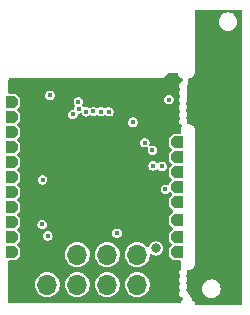
<source format=gbr>
%TF.GenerationSoftware,KiCad,Pcbnew,(5.99.0-10506-gb986797469)*%
%TF.CreationDate,2022-01-12T07:01:15+01:00*%
%TF.ProjectId,ESP31_V3,45535033-315f-4563-932e-6b696361645f,rev?*%
%TF.SameCoordinates,Original*%
%TF.FileFunction,Copper,L2,Inr*%
%TF.FilePolarity,Positive*%
%FSLAX46Y46*%
G04 Gerber Fmt 4.6, Leading zero omitted, Abs format (unit mm)*
G04 Created by KiCad (PCBNEW (5.99.0-10506-gb986797469)) date 2022-01-12 07:01:15*
%MOMM*%
%LPD*%
G01*
G04 APERTURE LIST*
G04 Aperture macros list*
%AMOutline5P*
0 Free polygon, 5 corners , with rotation*
0 The origin of the aperture is its center*
0 number of corners: always 8*
0 $1 to $10 corner X, Y*
0 $11 Rotation angle, in degrees counterclockwise*
0 create outline with 8 corners*
4,1,5,$1,$2,$3,$4,$5,$6,$7,$8,$9,$10,$1,$2,$11*%
%AMOutline6P*
0 Free polygon, 6 corners , with rotation*
0 The origin of the aperture is its center*
0 number of corners: always 6*
0 $1 to $12 corner X, Y*
0 $13 Rotation angle, in degrees counterclockwise*
0 create outline with 6 corners*
4,1,6,$1,$2,$3,$4,$5,$6,$7,$8,$9,$10,$11,$12,$1,$2,$13*%
%AMOutline7P*
0 Free polygon, 7 corners , with rotation*
0 The origin of the aperture is its center*
0 number of corners: always 7*
0 $1 to $14 corner X, Y*
0 $15 Rotation angle, in degrees counterclockwise*
0 create outline with 7 corners*
4,1,7,$1,$2,$3,$4,$5,$6,$7,$8,$9,$10,$11,$12,$13,$14,$1,$2,$15*%
%AMOutline8P*
0 Free polygon, 8 corners , with rotation*
0 The origin of the aperture is its center*
0 number of corners: always 8*
0 $1 to $16 corner X, Y*
0 $17 Rotation angle, in degrees counterclockwise*
0 create outline with 8 corners*
4,1,8,$1,$2,$3,$4,$5,$6,$7,$8,$9,$10,$11,$12,$13,$14,$15,$16,$1,$2,$17*%
G04 Aperture macros list end*
%TA.AperFunction,ComponentPad*%
%ADD10Outline6P,0.250000X-0.500000X-0.500000X-0.500000X-0.500000X0.500000X0.250000X0.500000X0.500000X0.250000X0.500000X-0.250000X180.000000*%
%TD*%
%TA.AperFunction,ComponentPad*%
%ADD11Outline6P,0.250000X-0.500000X-0.500000X-0.500000X-0.500000X0.500000X0.250000X0.500000X0.500000X0.250000X0.500000X-0.250000X0.000000*%
%TD*%
%TA.AperFunction,ComponentPad*%
%ADD12R,0.900000X0.500000*%
%TD*%
%TA.AperFunction,ComponentPad*%
%ADD13R,1.700000X1.700000*%
%TD*%
%TA.AperFunction,ComponentPad*%
%ADD14O,1.700000X1.700000*%
%TD*%
%TA.AperFunction,ViaPad*%
%ADD15C,0.400000*%
%TD*%
%TA.AperFunction,ViaPad*%
%ADD16C,0.800000*%
%TD*%
G04 APERTURE END LIST*
D10*
%TO.N,/IO5*%
%TO.C,J5*%
X118500000Y-107780000D03*
%TD*%
%TO.N,/IO21*%
%TO.C,J10*%
X118500000Y-101180000D03*
%TD*%
%TO.N,/IO10*%
%TO.C,J7*%
X118500000Y-109230000D03*
%TD*%
D11*
%TO.N,/IO34*%
%TO.C,J18*%
X104500000Y-102870000D03*
%TD*%
D10*
%TO.N,/IO19*%
%TO.C,J9*%
X118500000Y-103720000D03*
%TD*%
%TO.N,/IO9*%
%TO.C,J6*%
X118500000Y-110500000D03*
%TD*%
%TO.N,/IO23*%
%TO.C,J12*%
X118500000Y-104990000D03*
%TD*%
D11*
%TO.N,/IO35*%
%TO.C,J19*%
X104500000Y-100330000D03*
%TD*%
%TO.N,/IO25*%
%TO.C,J13*%
X104500000Y-107950000D03*
%TD*%
%TO.N,/IO27*%
%TO.C,J15*%
X104500000Y-110490000D03*
%TD*%
%TO.N,/IO33*%
%TO.C,J17*%
X104500000Y-106680000D03*
%TD*%
%TO.N,/IO26*%
%TO.C,J14*%
X104500000Y-109220000D03*
%TD*%
D10*
%TO.N,/IO18*%
%TO.C,J8*%
X118500000Y-106260000D03*
%TD*%
D12*
%TO.N,GND*%
%TO.C,AE1*%
X118150000Y-95625000D03*
%TD*%
D11*
%TO.N,/CAPN*%
%TO.C,J3*%
X104500000Y-105410000D03*
%TD*%
%TO.N,/SENS_VN*%
%TO.C,J4*%
X104500000Y-104140000D03*
%TD*%
D10*
%TO.N,/IO22*%
%TO.C,J11*%
X118500000Y-102450000D03*
%TD*%
D11*
%TO.N,/SENS_VP*%
%TO.C,J1*%
X104500000Y-97790000D03*
%TD*%
%TO.N,/IO32*%
%TO.C,J16*%
X104500000Y-101600000D03*
%TD*%
%TO.N,/CAPP*%
%TO.C,J2*%
X104500000Y-99060000D03*
%TD*%
D13*
%TO.N,GND*%
%TO.C,J20*%
X107500000Y-110725000D03*
D14*
%TO.N,/IO1*%
X107500000Y-113265000D03*
%TO.N,/IO2*%
X110040000Y-110725000D03*
%TO.N,/IO4*%
X110040000Y-113265000D03*
%TO.N,/IO0*%
X112580000Y-110725000D03*
%TO.N,/EN*%
X112580000Y-113265000D03*
%TO.N,/IO3*%
X115120000Y-110725000D03*
%TO.N,VIN*%
X115120000Y-113265000D03*
%TD*%
D15*
%TO.N,GND*%
X117350000Y-96150000D03*
X112889765Y-108410228D03*
X116130000Y-97680000D03*
X105500000Y-99300000D03*
X109100000Y-109150000D03*
X113900000Y-97100000D03*
X104550000Y-96200000D03*
X113550000Y-96200000D03*
X114850000Y-98150000D03*
X108580000Y-107330000D03*
X118500000Y-98500000D03*
X116530000Y-97200000D03*
X116750000Y-96050000D03*
X111500000Y-103000000D03*
X106650000Y-98200000D03*
X114200000Y-108900000D03*
X108508800Y-97256600D03*
X116500000Y-111100000D03*
X104500000Y-113750000D03*
X110500000Y-102000000D03*
X108740000Y-113670000D03*
X118450000Y-97825000D03*
X118500000Y-100000000D03*
X115350000Y-96050000D03*
X116750000Y-96600000D03*
X115150000Y-96600000D03*
X109900000Y-107400000D03*
X112500000Y-102000000D03*
X112500000Y-104000000D03*
X118450000Y-96250000D03*
X111750000Y-96200000D03*
X118500000Y-99250000D03*
X114503200Y-96800000D03*
X114400000Y-96200000D03*
X113374500Y-97587566D03*
X110150000Y-96200000D03*
X118500000Y-112750000D03*
X104500000Y-112750000D03*
X113621581Y-109899011D03*
X118425000Y-97000000D03*
X110500000Y-104000000D03*
X118500000Y-113750000D03*
X115450000Y-98050000D03*
X114450000Y-98700000D03*
%TO.N,/EN*%
X107725000Y-97227600D03*
X110162095Y-98373291D03*
%TO.N,+3V3*%
X110124000Y-97775000D03*
X114750000Y-99500000D03*
X113400000Y-108900000D03*
X116396800Y-101896800D03*
X115750000Y-101250000D03*
X107100000Y-104400000D03*
X117495701Y-105195701D03*
%TO.N,/IO1*%
X116464297Y-103214297D03*
%TO.N,/IO2*%
X107069740Y-108169740D03*
X117800000Y-97600000D03*
%TO.N,/IO4*%
X107542579Y-109142578D03*
%TO.N,/IO3*%
X117211935Y-103241894D03*
D16*
%TO.N,Net-(C1-Pad2)*%
X116700000Y-110200000D03*
D15*
%TO.N,/SENS_VN*%
X110808929Y-98625870D03*
%TO.N,/SENS_VP*%
X112700500Y-98625000D03*
%TO.N,/CAPP*%
X112057502Y-98617052D03*
%TO.N,/CAPN*%
X111408098Y-98605879D03*
%TO.N,/IO34*%
X109668798Y-98858724D03*
%TD*%
%TA.AperFunction,NonConductor*%
G36*
X123959191Y-90018907D02*
G01*
X123995155Y-90068407D01*
X124000000Y-90099000D01*
X124000000Y-114901000D01*
X123981093Y-114959191D01*
X123931593Y-114995155D01*
X123901000Y-115000000D01*
X120099610Y-115000000D01*
X120041419Y-114981093D01*
X120005455Y-114931593D01*
X120002831Y-114915572D01*
X120002667Y-114911096D01*
X120004416Y-114909687D01*
X120002359Y-114902681D01*
X120002092Y-114895381D01*
X119999985Y-114894597D01*
X119964095Y-114772364D01*
X119965583Y-114770221D01*
X119961685Y-114764156D01*
X119959654Y-114757238D01*
X119957060Y-114756959D01*
X119888207Y-114649820D01*
X119889031Y-114647346D01*
X119883583Y-114642626D01*
X119879684Y-114636558D01*
X119877116Y-114637021D01*
X119780868Y-114553623D01*
X119780962Y-114551016D01*
X119774403Y-114548021D01*
X119768954Y-114543299D01*
X119766621Y-114544467D01*
X119759196Y-114541076D01*
X119747093Y-114530024D01*
X119721795Y-114508102D01*
X119721447Y-114506606D01*
X119714367Y-114500141D01*
X119271414Y-113724974D01*
X119258959Y-113665069D01*
X119284672Y-113608655D01*
X119291574Y-113601188D01*
X119297130Y-113595178D01*
X119297410Y-113594544D01*
X120618519Y-113594544D01*
X120636731Y-113767816D01*
X120692878Y-113932747D01*
X120784170Y-114081139D01*
X120906069Y-114205619D01*
X120910723Y-114208618D01*
X120910725Y-114208620D01*
X120958263Y-114239256D01*
X121052518Y-114299999D01*
X121216236Y-114359588D01*
X121350111Y-114376500D01*
X121444575Y-114376500D01*
X121468451Y-114373822D01*
X121567643Y-114362696D01*
X121567647Y-114362695D01*
X121573140Y-114362079D01*
X121737675Y-114304782D01*
X121885427Y-114212456D01*
X122009053Y-114089691D01*
X122102408Y-113942587D01*
X122160852Y-113778456D01*
X122181481Y-113605456D01*
X122163269Y-113432184D01*
X122107122Y-113267253D01*
X122015830Y-113118861D01*
X121893931Y-112994381D01*
X121889277Y-112991382D01*
X121889275Y-112991380D01*
X121752134Y-112902999D01*
X121747482Y-112900001D01*
X121583764Y-112840412D01*
X121449889Y-112823500D01*
X121355425Y-112823500D01*
X121331549Y-112826178D01*
X121232357Y-112837304D01*
X121232353Y-112837305D01*
X121226860Y-112837921D01*
X121062325Y-112895218D01*
X120914573Y-112987544D01*
X120871554Y-113030263D01*
X120800233Y-113101088D01*
X120790947Y-113110309D01*
X120697592Y-113257413D01*
X120639148Y-113421544D01*
X120638493Y-113427037D01*
X120624882Y-113541186D01*
X120618519Y-113594544D01*
X119297410Y-113594544D01*
X119300438Y-113587695D01*
X119300440Y-113587692D01*
X119341023Y-113495893D01*
X119341024Y-113495890D01*
X119344331Y-113488409D01*
X119349573Y-113427892D01*
X119353698Y-113380261D01*
X119353698Y-113380260D01*
X119354404Y-113372108D01*
X119326262Y-113258814D01*
X119262939Y-113160744D01*
X119262502Y-113160399D01*
X119238992Y-113108326D01*
X119251401Y-113048413D01*
X119264697Y-113030263D01*
X119291574Y-113001188D01*
X119297130Y-112995178D01*
X119300438Y-112987695D01*
X119300440Y-112987692D01*
X119341023Y-112895893D01*
X119341024Y-112895890D01*
X119344331Y-112888409D01*
X119349573Y-112827892D01*
X119353698Y-112780261D01*
X119353698Y-112780260D01*
X119354404Y-112772108D01*
X119326262Y-112658814D01*
X119262939Y-112560744D01*
X119262502Y-112560399D01*
X119238992Y-112508326D01*
X119251401Y-112448413D01*
X119264697Y-112430263D01*
X119291574Y-112401188D01*
X119297130Y-112395178D01*
X119300438Y-112387695D01*
X119300440Y-112387692D01*
X119341023Y-112295893D01*
X119341024Y-112295890D01*
X119344331Y-112288409D01*
X119349573Y-112227892D01*
X119353698Y-112180261D01*
X119353698Y-112180260D01*
X119354404Y-112172108D01*
X119342093Y-112122546D01*
X119346414Y-112061513D01*
X119385785Y-112014677D01*
X119445166Y-111999927D01*
X119452262Y-112000688D01*
X119491532Y-112006334D01*
X119492863Y-112008578D01*
X119500000Y-112007552D01*
X119507137Y-112008578D01*
X119508468Y-112006334D01*
X119634527Y-111988210D01*
X119636436Y-111989987D01*
X119642994Y-111986992D01*
X119650131Y-111985966D01*
X119650776Y-111983438D01*
X119700469Y-111960744D01*
X119756455Y-111935176D01*
X119756456Y-111935175D01*
X119766621Y-111930533D01*
X119768954Y-111931701D01*
X119774403Y-111926979D01*
X119780962Y-111923984D01*
X119780868Y-111921377D01*
X119785894Y-111917022D01*
X119785896Y-111917021D01*
X119847470Y-111863667D01*
X119877116Y-111837979D01*
X119879684Y-111838442D01*
X119883583Y-111832374D01*
X119889031Y-111827654D01*
X119888207Y-111825180D01*
X119957060Y-111718041D01*
X119959654Y-111717762D01*
X119961685Y-111710844D01*
X119965583Y-111704779D01*
X119964095Y-111702636D01*
X119999985Y-111580403D01*
X120002092Y-111579619D01*
X120002359Y-111572319D01*
X120004416Y-111565313D01*
X120002667Y-111563904D01*
X120005286Y-111492259D01*
X120001833Y-111490678D01*
X120000000Y-111477559D01*
X120000000Y-100225613D01*
X120001957Y-100209265D01*
X120005286Y-100207741D01*
X120002667Y-100136096D01*
X120004416Y-100134687D01*
X120002359Y-100127681D01*
X120002092Y-100120381D01*
X119999985Y-100119597D01*
X119964095Y-99997364D01*
X119965583Y-99995221D01*
X119961685Y-99989156D01*
X119959654Y-99982238D01*
X119957060Y-99981959D01*
X119888207Y-99874820D01*
X119889031Y-99872346D01*
X119883583Y-99867626D01*
X119879684Y-99861558D01*
X119877116Y-99862021D01*
X119780868Y-99778623D01*
X119780962Y-99776016D01*
X119774403Y-99773021D01*
X119768954Y-99768299D01*
X119766621Y-99769467D01*
X119760571Y-99766704D01*
X119660939Y-99721203D01*
X119660937Y-99721203D01*
X119650776Y-99716562D01*
X119650131Y-99714034D01*
X119642994Y-99713008D01*
X119636436Y-99710013D01*
X119634527Y-99711790D01*
X119508468Y-99693666D01*
X119507137Y-99691422D01*
X119500000Y-99692448D01*
X119492863Y-99691422D01*
X119491532Y-99693666D01*
X119414335Y-99704765D01*
X119354046Y-99694332D01*
X119311403Y-99650454D01*
X119302696Y-99589891D01*
X119309700Y-99566744D01*
X119341023Y-99495893D01*
X119341024Y-99495890D01*
X119344331Y-99488409D01*
X119349573Y-99427892D01*
X119353698Y-99380261D01*
X119353698Y-99380260D01*
X119354404Y-99372108D01*
X119326262Y-99258814D01*
X119262939Y-99160744D01*
X119262502Y-99160399D01*
X119238992Y-99108326D01*
X119251401Y-99048413D01*
X119264697Y-99030263D01*
X119291574Y-99001188D01*
X119297130Y-98995178D01*
X119300438Y-98987695D01*
X119300440Y-98987692D01*
X119341023Y-98895893D01*
X119341024Y-98895890D01*
X119344331Y-98888409D01*
X119349573Y-98827892D01*
X119353698Y-98780261D01*
X119353698Y-98780260D01*
X119354404Y-98772108D01*
X119326262Y-98658814D01*
X119262939Y-98560744D01*
X119262502Y-98560399D01*
X119238992Y-98508326D01*
X119251401Y-98448413D01*
X119264697Y-98430263D01*
X119291574Y-98401188D01*
X119297130Y-98395178D01*
X119300438Y-98387695D01*
X119300440Y-98387692D01*
X119341023Y-98295893D01*
X119341024Y-98295890D01*
X119344331Y-98288409D01*
X119349573Y-98227892D01*
X119353698Y-98180261D01*
X119353698Y-98180260D01*
X119354404Y-98172108D01*
X119326262Y-98058814D01*
X119263190Y-97961133D01*
X119247805Y-97898044D01*
X119249893Y-97876122D01*
X119275750Y-97818306D01*
X119291577Y-97801185D01*
X119297130Y-97795178D01*
X119320999Y-97741186D01*
X119341023Y-97695893D01*
X119341024Y-97695890D01*
X119344331Y-97688409D01*
X119349573Y-97627892D01*
X119353698Y-97580261D01*
X119353698Y-97580260D01*
X119354404Y-97572108D01*
X119326262Y-97458814D01*
X119312989Y-97438257D01*
X119297603Y-97375170D01*
X119318061Y-97160364D01*
X119326068Y-97129722D01*
X119341022Y-97095894D01*
X119344331Y-97088409D01*
X119345037Y-97080258D01*
X119353698Y-96980261D01*
X119353698Y-96980260D01*
X119354404Y-96972108D01*
X119352431Y-96964166D01*
X119352431Y-96964163D01*
X119345171Y-96934936D01*
X119342697Y-96901684D01*
X119443608Y-95842121D01*
X119467947Y-95785985D01*
X119520634Y-95754876D01*
X119528070Y-95753516D01*
X119634527Y-95738210D01*
X119636436Y-95739987D01*
X119642994Y-95736992D01*
X119650131Y-95735966D01*
X119650776Y-95733438D01*
X119725810Y-95699171D01*
X119756455Y-95685176D01*
X119756456Y-95685175D01*
X119766621Y-95680533D01*
X119768954Y-95681701D01*
X119774403Y-95676979D01*
X119780962Y-95673984D01*
X119780868Y-95671377D01*
X119785894Y-95667022D01*
X119785896Y-95667021D01*
X119834054Y-95625291D01*
X119877116Y-95587979D01*
X119879684Y-95588442D01*
X119883583Y-95582374D01*
X119889031Y-95577654D01*
X119888207Y-95575180D01*
X119957060Y-95468041D01*
X119959654Y-95467762D01*
X119961685Y-95460844D01*
X119965583Y-95454779D01*
X119964095Y-95452636D01*
X119999985Y-95330403D01*
X120002092Y-95329619D01*
X120002359Y-95322319D01*
X120004416Y-95315313D01*
X120002667Y-95313904D01*
X120005286Y-95242259D01*
X120001833Y-95240678D01*
X120000000Y-95227559D01*
X120000000Y-90994544D01*
X122018519Y-90994544D01*
X122036731Y-91167816D01*
X122092878Y-91332747D01*
X122184170Y-91481139D01*
X122306069Y-91605619D01*
X122310723Y-91608618D01*
X122310725Y-91608620D01*
X122447866Y-91697001D01*
X122452518Y-91699999D01*
X122616236Y-91759588D01*
X122750111Y-91776500D01*
X122844575Y-91776500D01*
X122868451Y-91773822D01*
X122967643Y-91762696D01*
X122967647Y-91762695D01*
X122973140Y-91762079D01*
X123137675Y-91704782D01*
X123285427Y-91612456D01*
X123409053Y-91489691D01*
X123502408Y-91342587D01*
X123560852Y-91178456D01*
X123581481Y-91005456D01*
X123563269Y-90832184D01*
X123507122Y-90667253D01*
X123415830Y-90518861D01*
X123293931Y-90394381D01*
X123289277Y-90391382D01*
X123289275Y-90391380D01*
X123152134Y-90302999D01*
X123147482Y-90300001D01*
X122983764Y-90240412D01*
X122849889Y-90223500D01*
X122755425Y-90223500D01*
X122731549Y-90226178D01*
X122632357Y-90237304D01*
X122632353Y-90237305D01*
X122626860Y-90237921D01*
X122462325Y-90295218D01*
X122314573Y-90387544D01*
X122190947Y-90510309D01*
X122097592Y-90657413D01*
X122039148Y-90821544D01*
X122018519Y-90994544D01*
X120000000Y-90994544D01*
X120000000Y-90099000D01*
X120018907Y-90040809D01*
X120068407Y-90004845D01*
X120099000Y-90000000D01*
X123901000Y-90000000D01*
X123959191Y-90018907D01*
G37*
%TD.AperFunction*%
%TA.AperFunction,Conductor*%
%TO.N,GND*%
G36*
X118417774Y-95418907D02*
G01*
X118428869Y-95428286D01*
X118459684Y-95458478D01*
X118808247Y-95800000D01*
X118901000Y-95800000D01*
X118959191Y-95818907D01*
X118995155Y-95868407D01*
X119000000Y-95899000D01*
X119000000Y-95960617D01*
X118981093Y-96018808D01*
X118931593Y-96054772D01*
X118917268Y-96058271D01*
X118884847Y-96063667D01*
X118782112Y-96119100D01*
X118702870Y-96204822D01*
X118699562Y-96212305D01*
X118699560Y-96212308D01*
X118658977Y-96304107D01*
X118658976Y-96304110D01*
X118655669Y-96311591D01*
X118654963Y-96319739D01*
X118654963Y-96319740D01*
X118646302Y-96419739D01*
X118645596Y-96427892D01*
X118673738Y-96541186D01*
X118737061Y-96639256D01*
X118737498Y-96639601D01*
X118761008Y-96691674D01*
X118748599Y-96751587D01*
X118735304Y-96769736D01*
X118702870Y-96804822D01*
X118699562Y-96812305D01*
X118699560Y-96812308D01*
X118658977Y-96904107D01*
X118658976Y-96904110D01*
X118655669Y-96911591D01*
X118654963Y-96919739D01*
X118654963Y-96919740D01*
X118646302Y-97019739D01*
X118645596Y-97027892D01*
X118673738Y-97141186D01*
X118737061Y-97239256D01*
X118737498Y-97239601D01*
X118761008Y-97291674D01*
X118748599Y-97351587D01*
X118735304Y-97369736D01*
X118702870Y-97404822D01*
X118699562Y-97412305D01*
X118699560Y-97412308D01*
X118658977Y-97504107D01*
X118658976Y-97504110D01*
X118655669Y-97511591D01*
X118654963Y-97519739D01*
X118654963Y-97519740D01*
X118648678Y-97592304D01*
X118645596Y-97627892D01*
X118647569Y-97635834D01*
X118647569Y-97635836D01*
X118652923Y-97657389D01*
X118673738Y-97741186D01*
X118737061Y-97839256D01*
X118737498Y-97839601D01*
X118761008Y-97891674D01*
X118748599Y-97951587D01*
X118735304Y-97969736D01*
X118702870Y-98004822D01*
X118699562Y-98012305D01*
X118699560Y-98012308D01*
X118658977Y-98104107D01*
X118658976Y-98104110D01*
X118655669Y-98111591D01*
X118654963Y-98119739D01*
X118654963Y-98119740D01*
X118646323Y-98219500D01*
X118645596Y-98227892D01*
X118647569Y-98235834D01*
X118647569Y-98235836D01*
X118652498Y-98255680D01*
X118673738Y-98341186D01*
X118678177Y-98348060D01*
X118678177Y-98348061D01*
X118682655Y-98354996D01*
X118737061Y-98439256D01*
X118737498Y-98439601D01*
X118761008Y-98491674D01*
X118748599Y-98551587D01*
X118735304Y-98569736D01*
X118702870Y-98604822D01*
X118699562Y-98612305D01*
X118699560Y-98612308D01*
X118658977Y-98704107D01*
X118658976Y-98704110D01*
X118655669Y-98711591D01*
X118654963Y-98719739D01*
X118654963Y-98719740D01*
X118649928Y-98777871D01*
X118645596Y-98827892D01*
X118647569Y-98835834D01*
X118647569Y-98835836D01*
X118655987Y-98869723D01*
X118673738Y-98941186D01*
X118678177Y-98948060D01*
X118678177Y-98948061D01*
X118684247Y-98957462D01*
X118737061Y-99039256D01*
X118737498Y-99039601D01*
X118761008Y-99091674D01*
X118748599Y-99151587D01*
X118735304Y-99169736D01*
X118702870Y-99204822D01*
X118699562Y-99212305D01*
X118699560Y-99212308D01*
X118658977Y-99304107D01*
X118658976Y-99304110D01*
X118655669Y-99311591D01*
X118654963Y-99319739D01*
X118654963Y-99319740D01*
X118646302Y-99419739D01*
X118645596Y-99427892D01*
X118647569Y-99435834D01*
X118647569Y-99435836D01*
X118668672Y-99520792D01*
X118673738Y-99541186D01*
X118737061Y-99639256D01*
X118743486Y-99644321D01*
X118743487Y-99644322D01*
X118782899Y-99675391D01*
X118828737Y-99711527D01*
X118836459Y-99714239D01*
X118843628Y-99718180D01*
X118842236Y-99720711D01*
X118880092Y-99749608D01*
X118897617Y-99808230D01*
X118884968Y-99854357D01*
X118870942Y-99879337D01*
X118867903Y-99884391D01*
X118861603Y-99894193D01*
X118861601Y-99894197D01*
X118858603Y-99898862D01*
X118856717Y-99904078D01*
X118855811Y-99905911D01*
X118855182Y-99907405D01*
X118852443Y-99912283D01*
X118850867Y-99917652D01*
X118850864Y-99917658D01*
X118847645Y-99928621D01*
X118845758Y-99934387D01*
X118838278Y-99955076D01*
X118838277Y-99955081D01*
X118834488Y-99965562D01*
X118835061Y-99971175D01*
X118834844Y-99972221D01*
X118818219Y-100028841D01*
X118815264Y-100027973D01*
X118814873Y-100029664D01*
X118817014Y-100030239D01*
X118808707Y-100061145D01*
X118808093Y-100063327D01*
X118799744Y-100091763D01*
X118799527Y-100095303D01*
X118798560Y-100098899D01*
X118798355Y-100104498D01*
X118798355Y-100104500D01*
X118797507Y-100127699D01*
X118797388Y-100130137D01*
X118795397Y-100162555D01*
X118792301Y-100162365D01*
X118792008Y-100164283D01*
X118796164Y-100164435D01*
X118794336Y-100214413D01*
X118795372Y-100219865D01*
X118798261Y-100235074D01*
X118800000Y-100253551D01*
X118800000Y-100380500D01*
X118781093Y-100438691D01*
X118731593Y-100474655D01*
X118701000Y-100479500D01*
X118166950Y-100479500D01*
X117799500Y-100846950D01*
X117799500Y-101513050D01*
X118031446Y-101744996D01*
X118059223Y-101799513D01*
X118049652Y-101859945D01*
X118031446Y-101885004D01*
X117799500Y-102116950D01*
X117799500Y-102783050D01*
X118031446Y-103014996D01*
X118059223Y-103069513D01*
X118049652Y-103129945D01*
X118031446Y-103155004D01*
X117799500Y-103386950D01*
X117799500Y-104053050D01*
X118031446Y-104284996D01*
X118059223Y-104339513D01*
X118049652Y-104399945D01*
X118031446Y-104425004D01*
X117799500Y-104656950D01*
X117799500Y-104739441D01*
X117780593Y-104797632D01*
X117731093Y-104833596D01*
X117669907Y-104833596D01*
X117655555Y-104827651D01*
X117627947Y-104813584D01*
X117621007Y-104810048D01*
X117613313Y-104808829D01*
X117613312Y-104808829D01*
X117503397Y-104791420D01*
X117495701Y-104790201D01*
X117488005Y-104791420D01*
X117378090Y-104808829D01*
X117378089Y-104808829D01*
X117370395Y-104810048D01*
X117363455Y-104813584D01*
X117264293Y-104864109D01*
X117264291Y-104864110D01*
X117257354Y-104867645D01*
X117167645Y-104957354D01*
X117110048Y-105070395D01*
X117090201Y-105195701D01*
X117110048Y-105321007D01*
X117167645Y-105434048D01*
X117257354Y-105523757D01*
X117264291Y-105527292D01*
X117264293Y-105527293D01*
X117318664Y-105554996D01*
X117370395Y-105581354D01*
X117378089Y-105582573D01*
X117378090Y-105582573D01*
X117488005Y-105599982D01*
X117495701Y-105601201D01*
X117503397Y-105599982D01*
X117613312Y-105582573D01*
X117613313Y-105582573D01*
X117621007Y-105581354D01*
X117672738Y-105554996D01*
X117727109Y-105527293D01*
X117727111Y-105527292D01*
X117734048Y-105523757D01*
X117739554Y-105518251D01*
X117739558Y-105518248D01*
X117797125Y-105460682D01*
X117851642Y-105432905D01*
X117912074Y-105442477D01*
X117937132Y-105460682D01*
X118031446Y-105554996D01*
X118059223Y-105609513D01*
X118049652Y-105669945D01*
X118031446Y-105695004D01*
X117799500Y-105926950D01*
X117799500Y-106593050D01*
X118156446Y-106949996D01*
X118184223Y-107004513D01*
X118174652Y-107064945D01*
X118156446Y-107090004D01*
X117799500Y-107446950D01*
X117799500Y-108113050D01*
X118121446Y-108434996D01*
X118149223Y-108489513D01*
X118139652Y-108549945D01*
X118121446Y-108575004D01*
X117799500Y-108896950D01*
X117799500Y-109563050D01*
X118031446Y-109794996D01*
X118059223Y-109849513D01*
X118049652Y-109909945D01*
X118031446Y-109935004D01*
X117799500Y-110166950D01*
X117799500Y-110833050D01*
X118166950Y-111200500D01*
X118701000Y-111200500D01*
X118759191Y-111219407D01*
X118795155Y-111268907D01*
X118800000Y-111299500D01*
X118800000Y-111446418D01*
X118798228Y-111465063D01*
X118794329Y-111485395D01*
X118794534Y-111490994D01*
X118796157Y-111535375D01*
X118793067Y-111535488D01*
X118793232Y-111537213D01*
X118795457Y-111537080D01*
X118795457Y-111537082D01*
X118797360Y-111569002D01*
X118797466Y-111571202D01*
X118798553Y-111600909D01*
X118799467Y-111604335D01*
X118799689Y-111608052D01*
X118801265Y-111613421D01*
X118801266Y-111613424D01*
X118807806Y-111635697D01*
X118808467Y-111638057D01*
X118816842Y-111669434D01*
X118813845Y-111670234D01*
X118814175Y-111672146D01*
X118818164Y-111670974D01*
X118818165Y-111670975D01*
X118834816Y-111727683D01*
X118835009Y-111728619D01*
X118834443Y-111734073D01*
X118845714Y-111765419D01*
X118847537Y-111771008D01*
X118852389Y-111787533D01*
X118850824Y-111787993D01*
X118855328Y-111841728D01*
X118823625Y-111894060D01*
X118805960Y-111906232D01*
X118782112Y-111919100D01*
X118702870Y-112004822D01*
X118699562Y-112012305D01*
X118699560Y-112012308D01*
X118658977Y-112104107D01*
X118658976Y-112104110D01*
X118655669Y-112111591D01*
X118654963Y-112119739D01*
X118654963Y-112119740D01*
X118647324Y-112207937D01*
X118645596Y-112227892D01*
X118647569Y-112235834D01*
X118647569Y-112235836D01*
X118662085Y-112294273D01*
X118673738Y-112341186D01*
X118678177Y-112348060D01*
X118678177Y-112348061D01*
X118703739Y-112387650D01*
X118737061Y-112439256D01*
X118737498Y-112439601D01*
X118761008Y-112491674D01*
X118748599Y-112551587D01*
X118735304Y-112569736D01*
X118702870Y-112604822D01*
X118699562Y-112612305D01*
X118699560Y-112612308D01*
X118658977Y-112704107D01*
X118658976Y-112704110D01*
X118655669Y-112711591D01*
X118654963Y-112719739D01*
X118654963Y-112719740D01*
X118646302Y-112819739D01*
X118645596Y-112827892D01*
X118673738Y-112941186D01*
X118737061Y-113039256D01*
X118737498Y-113039601D01*
X118761008Y-113091674D01*
X118748599Y-113151587D01*
X118735304Y-113169736D01*
X118702870Y-113204822D01*
X118699562Y-113212305D01*
X118699560Y-113212308D01*
X118658977Y-113304107D01*
X118658976Y-113304110D01*
X118655669Y-113311591D01*
X118654963Y-113319739D01*
X118654963Y-113319740D01*
X118646302Y-113419739D01*
X118645596Y-113427892D01*
X118673738Y-113541186D01*
X118737061Y-113639256D01*
X118737498Y-113639601D01*
X118761008Y-113691674D01*
X118748599Y-113751587D01*
X118735304Y-113769736D01*
X118702870Y-113804822D01*
X118699562Y-113812305D01*
X118699560Y-113812308D01*
X118658977Y-113904107D01*
X118658976Y-113904110D01*
X118655669Y-113911591D01*
X118654963Y-113919739D01*
X118654963Y-113919740D01*
X118647895Y-114001346D01*
X118645596Y-114027892D01*
X118673738Y-114141186D01*
X118678177Y-114148060D01*
X118678177Y-114148061D01*
X118683425Y-114156188D01*
X118737061Y-114239256D01*
X118743486Y-114244321D01*
X118743487Y-114244322D01*
X118751158Y-114250369D01*
X118828737Y-114311527D01*
X118836455Y-114314237D01*
X118836458Y-114314239D01*
X118928653Y-114346615D01*
X118977292Y-114383735D01*
X118994824Y-114442355D01*
X118974550Y-114500085D01*
X118971993Y-114503131D01*
X118969424Y-114505357D01*
X118966139Y-114509839D01*
X118964776Y-114511317D01*
X118963743Y-114512583D01*
X118959733Y-114516500D01*
X118956704Y-114521214D01*
X118950536Y-114530811D01*
X118947113Y-114535797D01*
X118927495Y-114562561D01*
X118926463Y-114568107D01*
X118925959Y-114569052D01*
X118892330Y-114621380D01*
X118891740Y-114622150D01*
X118887252Y-114625291D01*
X118881795Y-114635010D01*
X118870942Y-114654338D01*
X118867903Y-114659391D01*
X118861603Y-114669193D01*
X118861601Y-114669197D01*
X118858603Y-114673862D01*
X118856717Y-114679078D01*
X118855811Y-114680911D01*
X118855182Y-114682405D01*
X118852443Y-114687283D01*
X118850867Y-114692652D01*
X118850864Y-114692658D01*
X118847645Y-114703621D01*
X118845758Y-114709389D01*
X118836621Y-114734661D01*
X118799055Y-114782956D01*
X118743519Y-114800000D01*
X104299000Y-114800000D01*
X104240809Y-114781093D01*
X104204845Y-114731593D01*
X104200000Y-114701000D01*
X104200000Y-113250263D01*
X106444603Y-113250263D01*
X106449124Y-113304107D01*
X106460186Y-113435836D01*
X106461840Y-113455538D01*
X106463173Y-113460186D01*
X106463173Y-113460187D01*
X106514521Y-113639256D01*
X106518621Y-113653555D01*
X106612782Y-113836773D01*
X106740737Y-113998212D01*
X106897612Y-114131723D01*
X106901835Y-114134083D01*
X106901839Y-114134086D01*
X107011151Y-114195178D01*
X107077432Y-114232221D01*
X107082030Y-114233715D01*
X107268742Y-114294382D01*
X107268745Y-114294383D01*
X107273347Y-114295878D01*
X107477895Y-114320269D01*
X107482717Y-114319898D01*
X107482720Y-114319898D01*
X107678458Y-114304837D01*
X107678463Y-114304836D01*
X107683286Y-114304465D01*
X107881695Y-114249068D01*
X107886013Y-114246887D01*
X108061244Y-114158371D01*
X108061246Y-114158370D01*
X108065565Y-114156188D01*
X108227893Y-114029363D01*
X108231055Y-114025700D01*
X108231060Y-114025695D01*
X108359332Y-113877089D01*
X108362496Y-113873424D01*
X108385766Y-113832463D01*
X108461858Y-113698517D01*
X108461859Y-113698514D01*
X108464247Y-113694311D01*
X108468709Y-113680900D01*
X108527743Y-113503435D01*
X108527743Y-113503433D01*
X108529270Y-113498844D01*
X108534154Y-113460187D01*
X108554740Y-113297225D01*
X108555088Y-113294471D01*
X108555500Y-113265000D01*
X108555230Y-113262244D01*
X108554055Y-113250263D01*
X108984603Y-113250263D01*
X108989124Y-113304107D01*
X109000186Y-113435836D01*
X109001840Y-113455538D01*
X109003173Y-113460186D01*
X109003173Y-113460187D01*
X109054521Y-113639256D01*
X109058621Y-113653555D01*
X109152782Y-113836773D01*
X109280737Y-113998212D01*
X109437612Y-114131723D01*
X109441835Y-114134083D01*
X109441839Y-114134086D01*
X109551151Y-114195178D01*
X109617432Y-114232221D01*
X109622030Y-114233715D01*
X109808742Y-114294382D01*
X109808745Y-114294383D01*
X109813347Y-114295878D01*
X110017895Y-114320269D01*
X110022717Y-114319898D01*
X110022720Y-114319898D01*
X110218458Y-114304837D01*
X110218463Y-114304836D01*
X110223286Y-114304465D01*
X110421695Y-114249068D01*
X110426013Y-114246887D01*
X110601244Y-114158371D01*
X110601246Y-114158370D01*
X110605565Y-114156188D01*
X110767893Y-114029363D01*
X110771055Y-114025700D01*
X110771060Y-114025695D01*
X110899332Y-113877089D01*
X110902496Y-113873424D01*
X110925766Y-113832463D01*
X111001858Y-113698517D01*
X111001859Y-113698514D01*
X111004247Y-113694311D01*
X111008709Y-113680900D01*
X111067743Y-113503435D01*
X111067743Y-113503433D01*
X111069270Y-113498844D01*
X111074154Y-113460187D01*
X111094740Y-113297225D01*
X111095088Y-113294471D01*
X111095500Y-113265000D01*
X111095230Y-113262244D01*
X111094055Y-113250263D01*
X111524603Y-113250263D01*
X111529124Y-113304107D01*
X111540186Y-113435836D01*
X111541840Y-113455538D01*
X111543173Y-113460186D01*
X111543173Y-113460187D01*
X111594521Y-113639256D01*
X111598621Y-113653555D01*
X111692782Y-113836773D01*
X111820737Y-113998212D01*
X111977612Y-114131723D01*
X111981835Y-114134083D01*
X111981839Y-114134086D01*
X112091151Y-114195178D01*
X112157432Y-114232221D01*
X112162030Y-114233715D01*
X112348742Y-114294382D01*
X112348745Y-114294383D01*
X112353347Y-114295878D01*
X112557895Y-114320269D01*
X112562717Y-114319898D01*
X112562720Y-114319898D01*
X112758458Y-114304837D01*
X112758463Y-114304836D01*
X112763286Y-114304465D01*
X112961695Y-114249068D01*
X112966013Y-114246887D01*
X113141244Y-114158371D01*
X113141246Y-114158370D01*
X113145565Y-114156188D01*
X113307893Y-114029363D01*
X113311055Y-114025700D01*
X113311060Y-114025695D01*
X113439332Y-113877089D01*
X113442496Y-113873424D01*
X113465766Y-113832463D01*
X113541858Y-113698517D01*
X113541859Y-113698514D01*
X113544247Y-113694311D01*
X113548709Y-113680900D01*
X113607743Y-113503435D01*
X113607743Y-113503433D01*
X113609270Y-113498844D01*
X113614154Y-113460187D01*
X113634740Y-113297225D01*
X113635088Y-113294471D01*
X113635500Y-113265000D01*
X113635230Y-113262244D01*
X113634055Y-113250263D01*
X114064603Y-113250263D01*
X114069124Y-113304107D01*
X114080186Y-113435836D01*
X114081840Y-113455538D01*
X114083173Y-113460186D01*
X114083173Y-113460187D01*
X114134521Y-113639256D01*
X114138621Y-113653555D01*
X114232782Y-113836773D01*
X114360737Y-113998212D01*
X114517612Y-114131723D01*
X114521835Y-114134083D01*
X114521839Y-114134086D01*
X114631151Y-114195178D01*
X114697432Y-114232221D01*
X114702030Y-114233715D01*
X114888742Y-114294382D01*
X114888745Y-114294383D01*
X114893347Y-114295878D01*
X115097895Y-114320269D01*
X115102717Y-114319898D01*
X115102720Y-114319898D01*
X115298458Y-114304837D01*
X115298463Y-114304836D01*
X115303286Y-114304465D01*
X115501695Y-114249068D01*
X115506013Y-114246887D01*
X115681244Y-114158371D01*
X115681246Y-114158370D01*
X115685565Y-114156188D01*
X115847893Y-114029363D01*
X115851055Y-114025700D01*
X115851060Y-114025695D01*
X115979332Y-113877089D01*
X115982496Y-113873424D01*
X116005766Y-113832463D01*
X116081858Y-113698517D01*
X116081859Y-113698514D01*
X116084247Y-113694311D01*
X116088709Y-113680900D01*
X116147743Y-113503435D01*
X116147743Y-113503433D01*
X116149270Y-113498844D01*
X116154154Y-113460187D01*
X116174740Y-113297225D01*
X116175088Y-113294471D01*
X116175500Y-113265000D01*
X116175230Y-113262244D01*
X116155870Y-113064796D01*
X116155869Y-113064792D01*
X116155398Y-113059986D01*
X116152493Y-113050362D01*
X116117132Y-112933243D01*
X116095858Y-112862780D01*
X115999148Y-112680895D01*
X115868952Y-112521259D01*
X115852734Y-112507842D01*
X115713955Y-112393034D01*
X115713953Y-112393033D01*
X115710228Y-112389951D01*
X115529023Y-112291973D01*
X115465952Y-112272449D01*
X115336859Y-112232488D01*
X115336855Y-112232487D01*
X115332238Y-112231058D01*
X115327431Y-112230553D01*
X115327427Y-112230552D01*
X115132185Y-112210032D01*
X115132183Y-112210032D01*
X115127369Y-112209526D01*
X115059372Y-112215714D01*
X114927039Y-112227757D01*
X114927036Y-112227758D01*
X114922219Y-112228196D01*
X114917577Y-112229562D01*
X114917573Y-112229563D01*
X114729250Y-112284989D01*
X114729247Y-112284990D01*
X114724603Y-112286357D01*
X114720309Y-112288602D01*
X114546344Y-112379548D01*
X114546340Y-112379551D01*
X114542047Y-112381795D01*
X114538271Y-112384831D01*
X114538268Y-112384833D01*
X114474744Y-112435908D01*
X114381505Y-112510874D01*
X114308736Y-112597597D01*
X114252202Y-112664971D01*
X114252199Y-112664975D01*
X114249093Y-112668677D01*
X114149853Y-112849194D01*
X114087565Y-113045549D01*
X114064603Y-113250263D01*
X113634055Y-113250263D01*
X113615870Y-113064796D01*
X113615869Y-113064792D01*
X113615398Y-113059986D01*
X113612493Y-113050362D01*
X113577132Y-112933243D01*
X113555858Y-112862780D01*
X113459148Y-112680895D01*
X113328952Y-112521259D01*
X113312734Y-112507842D01*
X113173955Y-112393034D01*
X113173953Y-112393033D01*
X113170228Y-112389951D01*
X112989023Y-112291973D01*
X112925952Y-112272449D01*
X112796859Y-112232488D01*
X112796855Y-112232487D01*
X112792238Y-112231058D01*
X112787431Y-112230553D01*
X112787427Y-112230552D01*
X112592185Y-112210032D01*
X112592183Y-112210032D01*
X112587369Y-112209526D01*
X112519372Y-112215714D01*
X112387039Y-112227757D01*
X112387036Y-112227758D01*
X112382219Y-112228196D01*
X112377577Y-112229562D01*
X112377573Y-112229563D01*
X112189250Y-112284989D01*
X112189247Y-112284990D01*
X112184603Y-112286357D01*
X112180309Y-112288602D01*
X112006344Y-112379548D01*
X112006340Y-112379551D01*
X112002047Y-112381795D01*
X111998271Y-112384831D01*
X111998268Y-112384833D01*
X111934744Y-112435908D01*
X111841505Y-112510874D01*
X111768736Y-112597597D01*
X111712202Y-112664971D01*
X111712199Y-112664975D01*
X111709093Y-112668677D01*
X111609853Y-112849194D01*
X111547565Y-113045549D01*
X111524603Y-113250263D01*
X111094055Y-113250263D01*
X111075870Y-113064796D01*
X111075869Y-113064792D01*
X111075398Y-113059986D01*
X111072493Y-113050362D01*
X111037132Y-112933243D01*
X111015858Y-112862780D01*
X110919148Y-112680895D01*
X110788952Y-112521259D01*
X110772734Y-112507842D01*
X110633955Y-112393034D01*
X110633953Y-112393033D01*
X110630228Y-112389951D01*
X110449023Y-112291973D01*
X110385952Y-112272449D01*
X110256859Y-112232488D01*
X110256855Y-112232487D01*
X110252238Y-112231058D01*
X110247431Y-112230553D01*
X110247427Y-112230552D01*
X110052185Y-112210032D01*
X110052183Y-112210032D01*
X110047369Y-112209526D01*
X109979372Y-112215714D01*
X109847039Y-112227757D01*
X109847036Y-112227758D01*
X109842219Y-112228196D01*
X109837577Y-112229562D01*
X109837573Y-112229563D01*
X109649250Y-112284989D01*
X109649247Y-112284990D01*
X109644603Y-112286357D01*
X109640309Y-112288602D01*
X109466344Y-112379548D01*
X109466340Y-112379551D01*
X109462047Y-112381795D01*
X109458271Y-112384831D01*
X109458268Y-112384833D01*
X109394744Y-112435908D01*
X109301505Y-112510874D01*
X109228736Y-112597597D01*
X109172202Y-112664971D01*
X109172199Y-112664975D01*
X109169093Y-112668677D01*
X109069853Y-112849194D01*
X109007565Y-113045549D01*
X108984603Y-113250263D01*
X108554055Y-113250263D01*
X108535870Y-113064796D01*
X108535869Y-113064792D01*
X108535398Y-113059986D01*
X108532493Y-113050362D01*
X108497132Y-112933243D01*
X108475858Y-112862780D01*
X108379148Y-112680895D01*
X108248952Y-112521259D01*
X108232734Y-112507842D01*
X108093955Y-112393034D01*
X108093953Y-112393033D01*
X108090228Y-112389951D01*
X107909023Y-112291973D01*
X107845952Y-112272449D01*
X107716859Y-112232488D01*
X107716855Y-112232487D01*
X107712238Y-112231058D01*
X107707431Y-112230553D01*
X107707427Y-112230552D01*
X107512185Y-112210032D01*
X107512183Y-112210032D01*
X107507369Y-112209526D01*
X107439372Y-112215714D01*
X107307039Y-112227757D01*
X107307036Y-112227758D01*
X107302219Y-112228196D01*
X107297577Y-112229562D01*
X107297573Y-112229563D01*
X107109250Y-112284989D01*
X107109247Y-112284990D01*
X107104603Y-112286357D01*
X107100309Y-112288602D01*
X106926344Y-112379548D01*
X106926340Y-112379551D01*
X106922047Y-112381795D01*
X106918271Y-112384831D01*
X106918268Y-112384833D01*
X106854744Y-112435908D01*
X106761505Y-112510874D01*
X106688736Y-112597597D01*
X106632202Y-112664971D01*
X106632199Y-112664975D01*
X106629093Y-112668677D01*
X106529853Y-112849194D01*
X106467565Y-113045549D01*
X106444603Y-113250263D01*
X104200000Y-113250263D01*
X104200000Y-111289500D01*
X104218907Y-111231309D01*
X104268407Y-111195345D01*
X104299000Y-111190500D01*
X104833050Y-111190500D01*
X105200500Y-110823050D01*
X105200500Y-110710263D01*
X108984603Y-110710263D01*
X109001840Y-110915538D01*
X109003173Y-110920186D01*
X109003173Y-110920187D01*
X109030400Y-111015136D01*
X109058621Y-111113555D01*
X109152782Y-111296773D01*
X109280737Y-111458212D01*
X109284417Y-111461344D01*
X109284419Y-111461346D01*
X109320843Y-111492345D01*
X109437612Y-111591723D01*
X109441835Y-111594083D01*
X109441839Y-111594086D01*
X109493058Y-111622711D01*
X109617432Y-111692221D01*
X109622030Y-111693715D01*
X109808742Y-111754382D01*
X109808745Y-111754383D01*
X109813347Y-111755878D01*
X110017895Y-111780269D01*
X110022717Y-111779898D01*
X110022720Y-111779898D01*
X110218458Y-111764837D01*
X110218463Y-111764836D01*
X110223286Y-111764465D01*
X110421695Y-111709068D01*
X110452633Y-111693440D01*
X110601244Y-111618371D01*
X110601246Y-111618370D01*
X110605565Y-111616188D01*
X110767893Y-111489363D01*
X110771055Y-111485700D01*
X110771060Y-111485695D01*
X110899332Y-111337089D01*
X110902496Y-111333424D01*
X110925766Y-111292463D01*
X111001858Y-111158517D01*
X111001859Y-111158514D01*
X111004247Y-111154311D01*
X111019355Y-111108897D01*
X111067743Y-110963435D01*
X111067743Y-110963433D01*
X111069270Y-110958844D01*
X111074154Y-110920187D01*
X111094740Y-110757225D01*
X111095088Y-110754471D01*
X111095500Y-110725000D01*
X111094055Y-110710263D01*
X111524603Y-110710263D01*
X111541840Y-110915538D01*
X111543173Y-110920186D01*
X111543173Y-110920187D01*
X111570400Y-111015136D01*
X111598621Y-111113555D01*
X111692782Y-111296773D01*
X111820737Y-111458212D01*
X111824417Y-111461344D01*
X111824419Y-111461346D01*
X111860843Y-111492345D01*
X111977612Y-111591723D01*
X111981835Y-111594083D01*
X111981839Y-111594086D01*
X112033058Y-111622711D01*
X112157432Y-111692221D01*
X112162030Y-111693715D01*
X112348742Y-111754382D01*
X112348745Y-111754383D01*
X112353347Y-111755878D01*
X112557895Y-111780269D01*
X112562717Y-111779898D01*
X112562720Y-111779898D01*
X112758458Y-111764837D01*
X112758463Y-111764836D01*
X112763286Y-111764465D01*
X112961695Y-111709068D01*
X112992633Y-111693440D01*
X113141244Y-111618371D01*
X113141246Y-111618370D01*
X113145565Y-111616188D01*
X113307893Y-111489363D01*
X113311055Y-111485700D01*
X113311060Y-111485695D01*
X113439332Y-111337089D01*
X113442496Y-111333424D01*
X113465766Y-111292463D01*
X113541858Y-111158517D01*
X113541859Y-111158514D01*
X113544247Y-111154311D01*
X113559355Y-111108897D01*
X113607743Y-110963435D01*
X113607743Y-110963433D01*
X113609270Y-110958844D01*
X113614154Y-110920187D01*
X113634740Y-110757225D01*
X113635088Y-110754471D01*
X113635500Y-110725000D01*
X113634055Y-110710263D01*
X114064603Y-110710263D01*
X114081840Y-110915538D01*
X114083173Y-110920186D01*
X114083173Y-110920187D01*
X114110400Y-111015136D01*
X114138621Y-111113555D01*
X114232782Y-111296773D01*
X114360737Y-111458212D01*
X114364417Y-111461344D01*
X114364419Y-111461346D01*
X114400843Y-111492345D01*
X114517612Y-111591723D01*
X114521835Y-111594083D01*
X114521839Y-111594086D01*
X114573058Y-111622711D01*
X114697432Y-111692221D01*
X114702030Y-111693715D01*
X114888742Y-111754382D01*
X114888745Y-111754383D01*
X114893347Y-111755878D01*
X115097895Y-111780269D01*
X115102717Y-111779898D01*
X115102720Y-111779898D01*
X115298458Y-111764837D01*
X115298463Y-111764836D01*
X115303286Y-111764465D01*
X115501695Y-111709068D01*
X115532633Y-111693440D01*
X115681244Y-111618371D01*
X115681246Y-111618370D01*
X115685565Y-111616188D01*
X115847893Y-111489363D01*
X115851055Y-111485700D01*
X115851060Y-111485695D01*
X115979332Y-111337089D01*
X115982496Y-111333424D01*
X116005766Y-111292463D01*
X116081858Y-111158517D01*
X116081859Y-111158514D01*
X116084247Y-111154311D01*
X116099355Y-111108897D01*
X116147743Y-110963435D01*
X116147743Y-110963433D01*
X116149270Y-110958844D01*
X116154154Y-110920187D01*
X116174740Y-110757225D01*
X116175088Y-110754471D01*
X116175127Y-110751696D01*
X116175319Y-110748948D01*
X116176542Y-110749034D01*
X116194841Y-110695336D01*
X116244849Y-110660082D01*
X116306028Y-110660956D01*
X116334358Y-110676119D01*
X116397250Y-110724378D01*
X116543285Y-110784868D01*
X116700000Y-110805500D01*
X116856715Y-110784868D01*
X117002750Y-110724378D01*
X117128153Y-110628153D01*
X117224378Y-110502750D01*
X117284868Y-110356715D01*
X117305500Y-110200000D01*
X117284868Y-110043285D01*
X117224378Y-109897250D01*
X117128153Y-109771847D01*
X117002750Y-109675622D01*
X116856715Y-109615132D01*
X116700000Y-109594500D01*
X116543285Y-109615132D01*
X116397250Y-109675622D01*
X116271847Y-109771847D01*
X116175622Y-109897250D01*
X116115132Y-110043285D01*
X116114157Y-110042881D01*
X116084166Y-110089056D01*
X116027043Y-110110980D01*
X115967944Y-110095140D01*
X115945153Y-110074690D01*
X115868952Y-109981259D01*
X115846095Y-109962350D01*
X115713955Y-109853034D01*
X115713953Y-109853033D01*
X115710228Y-109849951D01*
X115558466Y-109767893D01*
X115533277Y-109754273D01*
X115533276Y-109754272D01*
X115529023Y-109751973D01*
X115465952Y-109732449D01*
X115336859Y-109692488D01*
X115336855Y-109692487D01*
X115332238Y-109691058D01*
X115327431Y-109690553D01*
X115327427Y-109690552D01*
X115132185Y-109670032D01*
X115132183Y-109670032D01*
X115127369Y-109669526D01*
X115087669Y-109673139D01*
X114927039Y-109687757D01*
X114927036Y-109687758D01*
X114922219Y-109688196D01*
X114917577Y-109689562D01*
X114917573Y-109689563D01*
X114729250Y-109744989D01*
X114729247Y-109744990D01*
X114724603Y-109746357D01*
X114684593Y-109767274D01*
X114546344Y-109839548D01*
X114546340Y-109839551D01*
X114542047Y-109841795D01*
X114538271Y-109844831D01*
X114538268Y-109844833D01*
X114457285Y-109909945D01*
X114381505Y-109970874D01*
X114369648Y-109985005D01*
X114252202Y-110124971D01*
X114252199Y-110124975D01*
X114249093Y-110128677D01*
X114149853Y-110309194D01*
X114087565Y-110505549D01*
X114087025Y-110510361D01*
X114087025Y-110510362D01*
X114070134Y-110660956D01*
X114064603Y-110710263D01*
X113634055Y-110710263D01*
X113633584Y-110705455D01*
X113615870Y-110524796D01*
X113615869Y-110524792D01*
X113615398Y-110519986D01*
X113612493Y-110510362D01*
X113567914Y-110362712D01*
X113555858Y-110322780D01*
X113459148Y-110140895D01*
X113328952Y-109981259D01*
X113306095Y-109962350D01*
X113173955Y-109853034D01*
X113173953Y-109853033D01*
X113170228Y-109849951D01*
X113018466Y-109767893D01*
X112993277Y-109754273D01*
X112993276Y-109754272D01*
X112989023Y-109751973D01*
X112925952Y-109732449D01*
X112796859Y-109692488D01*
X112796855Y-109692487D01*
X112792238Y-109691058D01*
X112787431Y-109690553D01*
X112787427Y-109690552D01*
X112592185Y-109670032D01*
X112592183Y-109670032D01*
X112587369Y-109669526D01*
X112547669Y-109673139D01*
X112387039Y-109687757D01*
X112387036Y-109687758D01*
X112382219Y-109688196D01*
X112377577Y-109689562D01*
X112377573Y-109689563D01*
X112189250Y-109744989D01*
X112189247Y-109744990D01*
X112184603Y-109746357D01*
X112144593Y-109767274D01*
X112006344Y-109839548D01*
X112006340Y-109839551D01*
X112002047Y-109841795D01*
X111998271Y-109844831D01*
X111998268Y-109844833D01*
X111917285Y-109909945D01*
X111841505Y-109970874D01*
X111829648Y-109985005D01*
X111712202Y-110124971D01*
X111712199Y-110124975D01*
X111709093Y-110128677D01*
X111609853Y-110309194D01*
X111547565Y-110505549D01*
X111547025Y-110510361D01*
X111547025Y-110510362D01*
X111530134Y-110660956D01*
X111524603Y-110710263D01*
X111094055Y-110710263D01*
X111093584Y-110705455D01*
X111075870Y-110524796D01*
X111075869Y-110524792D01*
X111075398Y-110519986D01*
X111072493Y-110510362D01*
X111027914Y-110362712D01*
X111015858Y-110322780D01*
X110919148Y-110140895D01*
X110788952Y-109981259D01*
X110766095Y-109962350D01*
X110633955Y-109853034D01*
X110633953Y-109853033D01*
X110630228Y-109849951D01*
X110478466Y-109767893D01*
X110453277Y-109754273D01*
X110453276Y-109754272D01*
X110449023Y-109751973D01*
X110385952Y-109732449D01*
X110256859Y-109692488D01*
X110256855Y-109692487D01*
X110252238Y-109691058D01*
X110247431Y-109690553D01*
X110247427Y-109690552D01*
X110052185Y-109670032D01*
X110052183Y-109670032D01*
X110047369Y-109669526D01*
X110007669Y-109673139D01*
X109847039Y-109687757D01*
X109847036Y-109687758D01*
X109842219Y-109688196D01*
X109837577Y-109689562D01*
X109837573Y-109689563D01*
X109649250Y-109744989D01*
X109649247Y-109744990D01*
X109644603Y-109746357D01*
X109604593Y-109767274D01*
X109466344Y-109839548D01*
X109466340Y-109839551D01*
X109462047Y-109841795D01*
X109458271Y-109844831D01*
X109458268Y-109844833D01*
X109377285Y-109909945D01*
X109301505Y-109970874D01*
X109289648Y-109985005D01*
X109172202Y-110124971D01*
X109172199Y-110124975D01*
X109169093Y-110128677D01*
X109069853Y-110309194D01*
X109007565Y-110505549D01*
X109007025Y-110510361D01*
X109007025Y-110510362D01*
X108990134Y-110660956D01*
X108984603Y-110710263D01*
X105200500Y-110710263D01*
X105200500Y-110156950D01*
X104968554Y-109925004D01*
X104940777Y-109870487D01*
X104950348Y-109810055D01*
X104968554Y-109784996D01*
X105200500Y-109553050D01*
X105200500Y-109142578D01*
X107137079Y-109142578D01*
X107156926Y-109267884D01*
X107214523Y-109380925D01*
X107304232Y-109470634D01*
X107311169Y-109474169D01*
X107311171Y-109474170D01*
X107410333Y-109524695D01*
X107417273Y-109528231D01*
X107424967Y-109529450D01*
X107424968Y-109529450D01*
X107534883Y-109546859D01*
X107542579Y-109548078D01*
X107550275Y-109546859D01*
X107660190Y-109529450D01*
X107660191Y-109529450D01*
X107667885Y-109528231D01*
X107674825Y-109524695D01*
X107773987Y-109474170D01*
X107773989Y-109474169D01*
X107780926Y-109470634D01*
X107870635Y-109380925D01*
X107928232Y-109267884D01*
X107948079Y-109142578D01*
X107930604Y-109032246D01*
X107929451Y-109024967D01*
X107929451Y-109024966D01*
X107928232Y-109017272D01*
X107870635Y-108904231D01*
X107866404Y-108900000D01*
X112994500Y-108900000D01*
X112995719Y-108907696D01*
X113013075Y-109017272D01*
X113014347Y-109025306D01*
X113071944Y-109138347D01*
X113161653Y-109228056D01*
X113168590Y-109231591D01*
X113168592Y-109231592D01*
X113239820Y-109267884D01*
X113274694Y-109285653D01*
X113282388Y-109286872D01*
X113282389Y-109286872D01*
X113392304Y-109304281D01*
X113400000Y-109305500D01*
X113407696Y-109304281D01*
X113517611Y-109286872D01*
X113517612Y-109286872D01*
X113525306Y-109285653D01*
X113560180Y-109267884D01*
X113631408Y-109231592D01*
X113631410Y-109231591D01*
X113638347Y-109228056D01*
X113728056Y-109138347D01*
X113785653Y-109025306D01*
X113786926Y-109017272D01*
X113804281Y-108907696D01*
X113805500Y-108900000D01*
X113785653Y-108774694D01*
X113728056Y-108661653D01*
X113638347Y-108571944D01*
X113631410Y-108568409D01*
X113631408Y-108568408D01*
X113532246Y-108517883D01*
X113525306Y-108514347D01*
X113517612Y-108513128D01*
X113517611Y-108513128D01*
X113407696Y-108495719D01*
X113400000Y-108494500D01*
X113392304Y-108495719D01*
X113282389Y-108513128D01*
X113282388Y-108513128D01*
X113274694Y-108514347D01*
X113267754Y-108517883D01*
X113168592Y-108568408D01*
X113168590Y-108568409D01*
X113161653Y-108571944D01*
X113071944Y-108661653D01*
X113014347Y-108774694D01*
X112994500Y-108900000D01*
X107866404Y-108900000D01*
X107780926Y-108814522D01*
X107773989Y-108810987D01*
X107773987Y-108810986D01*
X107674825Y-108760461D01*
X107667885Y-108756925D01*
X107660191Y-108755706D01*
X107660190Y-108755706D01*
X107550275Y-108738297D01*
X107542579Y-108737078D01*
X107534883Y-108738297D01*
X107424968Y-108755706D01*
X107424967Y-108755706D01*
X107417273Y-108756925D01*
X107410333Y-108760461D01*
X107311171Y-108810986D01*
X107311169Y-108810987D01*
X107304232Y-108814522D01*
X107214523Y-108904231D01*
X107156926Y-109017272D01*
X107155707Y-109024966D01*
X107155707Y-109024967D01*
X107154554Y-109032246D01*
X107137079Y-109142578D01*
X105200500Y-109142578D01*
X105200500Y-108886950D01*
X104968554Y-108655004D01*
X104940777Y-108600487D01*
X104950348Y-108540055D01*
X104968554Y-108514996D01*
X105200500Y-108283050D01*
X105200500Y-108169740D01*
X106664240Y-108169740D01*
X106665459Y-108177436D01*
X106680497Y-108272378D01*
X106684087Y-108295046D01*
X106741684Y-108408087D01*
X106831393Y-108497796D01*
X106838330Y-108501331D01*
X106838332Y-108501332D01*
X106937494Y-108551857D01*
X106944434Y-108555393D01*
X106952128Y-108556612D01*
X106952129Y-108556612D01*
X107062044Y-108574021D01*
X107069740Y-108575240D01*
X107077436Y-108574021D01*
X107187351Y-108556612D01*
X107187352Y-108556612D01*
X107195046Y-108555393D01*
X107201986Y-108551857D01*
X107301148Y-108501332D01*
X107301150Y-108501331D01*
X107308087Y-108497796D01*
X107397796Y-108408087D01*
X107455393Y-108295046D01*
X107458984Y-108272378D01*
X107474021Y-108177436D01*
X107475240Y-108169740D01*
X107466261Y-108113050D01*
X107456612Y-108052129D01*
X107456612Y-108052128D01*
X107455393Y-108044434D01*
X107397796Y-107931393D01*
X107308087Y-107841684D01*
X107301150Y-107838149D01*
X107301148Y-107838148D01*
X107201986Y-107787623D01*
X107195046Y-107784087D01*
X107187352Y-107782868D01*
X107187351Y-107782868D01*
X107077436Y-107765459D01*
X107069740Y-107764240D01*
X107062044Y-107765459D01*
X106952129Y-107782868D01*
X106952128Y-107782868D01*
X106944434Y-107784087D01*
X106937494Y-107787623D01*
X106838332Y-107838148D01*
X106838330Y-107838149D01*
X106831393Y-107841684D01*
X106741684Y-107931393D01*
X106684087Y-108044434D01*
X106682868Y-108052128D01*
X106682868Y-108052129D01*
X106673219Y-108113050D01*
X106664240Y-108169740D01*
X105200500Y-108169740D01*
X105200500Y-107616950D01*
X104968554Y-107385004D01*
X104940777Y-107330487D01*
X104950348Y-107270055D01*
X104968554Y-107244996D01*
X105200500Y-107013050D01*
X105200500Y-106346950D01*
X104968554Y-106115004D01*
X104940777Y-106060487D01*
X104950348Y-106000055D01*
X104968554Y-105974996D01*
X105200500Y-105743050D01*
X105200500Y-105076950D01*
X104968554Y-104845004D01*
X104940777Y-104790487D01*
X104950348Y-104730055D01*
X104968554Y-104704996D01*
X105200500Y-104473050D01*
X105200500Y-104400000D01*
X106694500Y-104400000D01*
X106695719Y-104407696D01*
X106704376Y-104462350D01*
X106714347Y-104525306D01*
X106771944Y-104638347D01*
X106861653Y-104728056D01*
X106868590Y-104731591D01*
X106868592Y-104731592D01*
X106883997Y-104739441D01*
X106974694Y-104785653D01*
X106982388Y-104786872D01*
X106982389Y-104786872D01*
X107092304Y-104804281D01*
X107100000Y-104805500D01*
X107107696Y-104804281D01*
X107217611Y-104786872D01*
X107217612Y-104786872D01*
X107225306Y-104785653D01*
X107316003Y-104739441D01*
X107331408Y-104731592D01*
X107331410Y-104731591D01*
X107338347Y-104728056D01*
X107428056Y-104638347D01*
X107485653Y-104525306D01*
X107495625Y-104462350D01*
X107504281Y-104407696D01*
X107505500Y-104400000D01*
X107485653Y-104274694D01*
X107482117Y-104267754D01*
X107431592Y-104168592D01*
X107431591Y-104168590D01*
X107428056Y-104161653D01*
X107338347Y-104071944D01*
X107331410Y-104068409D01*
X107331408Y-104068408D01*
X107232246Y-104017883D01*
X107225306Y-104014347D01*
X107217612Y-104013128D01*
X107217611Y-104013128D01*
X107107696Y-103995719D01*
X107100000Y-103994500D01*
X107092304Y-103995719D01*
X106982389Y-104013128D01*
X106982388Y-104013128D01*
X106974694Y-104014347D01*
X106967754Y-104017883D01*
X106868592Y-104068408D01*
X106868590Y-104068409D01*
X106861653Y-104071944D01*
X106771944Y-104161653D01*
X106768409Y-104168590D01*
X106768408Y-104168592D01*
X106717883Y-104267754D01*
X106714347Y-104274694D01*
X106694500Y-104400000D01*
X105200500Y-104400000D01*
X105200500Y-103806950D01*
X104968554Y-103575004D01*
X104940777Y-103520487D01*
X104950348Y-103460055D01*
X104968554Y-103434996D01*
X105189253Y-103214297D01*
X116058797Y-103214297D01*
X116078644Y-103339603D01*
X116082180Y-103346543D01*
X116097509Y-103376627D01*
X116136241Y-103452644D01*
X116225950Y-103542353D01*
X116232887Y-103545888D01*
X116232889Y-103545889D01*
X116269306Y-103564444D01*
X116338991Y-103599950D01*
X116346685Y-103601169D01*
X116346686Y-103601169D01*
X116456601Y-103618578D01*
X116464297Y-103619797D01*
X116471993Y-103618578D01*
X116581908Y-103601169D01*
X116581909Y-103601169D01*
X116589603Y-103599950D01*
X116659288Y-103564444D01*
X116695705Y-103545889D01*
X116695707Y-103545888D01*
X116702644Y-103542353D01*
X116708150Y-103536847D01*
X116708154Y-103536844D01*
X116754315Y-103490684D01*
X116808832Y-103462907D01*
X116869264Y-103472479D01*
X116894322Y-103490684D01*
X116973588Y-103569950D01*
X116980525Y-103573485D01*
X116980527Y-103573486D01*
X117079689Y-103624011D01*
X117086629Y-103627547D01*
X117094323Y-103628766D01*
X117094324Y-103628766D01*
X117204239Y-103646175D01*
X117211935Y-103647394D01*
X117219631Y-103646175D01*
X117329546Y-103628766D01*
X117329547Y-103628766D01*
X117337241Y-103627547D01*
X117344181Y-103624011D01*
X117443343Y-103573486D01*
X117443345Y-103573485D01*
X117450282Y-103569950D01*
X117539991Y-103480241D01*
X117550277Y-103460055D01*
X117594052Y-103374140D01*
X117597588Y-103367200D01*
X117617435Y-103241894D01*
X117597588Y-103116588D01*
X117594052Y-103109648D01*
X117543527Y-103010486D01*
X117543526Y-103010484D01*
X117539991Y-103003547D01*
X117450282Y-102913838D01*
X117443345Y-102910303D01*
X117443343Y-102910302D01*
X117344181Y-102859777D01*
X117337241Y-102856241D01*
X117329547Y-102855022D01*
X117329546Y-102855022D01*
X117219631Y-102837613D01*
X117211935Y-102836394D01*
X117204239Y-102837613D01*
X117094324Y-102855022D01*
X117094323Y-102855022D01*
X117086629Y-102856241D01*
X117079689Y-102859777D01*
X116980527Y-102910302D01*
X116980525Y-102910303D01*
X116973588Y-102913838D01*
X116968082Y-102919344D01*
X116968078Y-102919347D01*
X116921919Y-102965507D01*
X116867403Y-102993285D01*
X116806971Y-102983714D01*
X116781911Y-102965508D01*
X116702644Y-102886241D01*
X116695707Y-102882706D01*
X116695705Y-102882705D01*
X116596543Y-102832180D01*
X116589603Y-102828644D01*
X116581909Y-102827425D01*
X116581908Y-102827425D01*
X116471993Y-102810016D01*
X116464297Y-102808797D01*
X116456601Y-102810016D01*
X116346686Y-102827425D01*
X116346685Y-102827425D01*
X116338991Y-102828644D01*
X116332051Y-102832180D01*
X116232889Y-102882705D01*
X116232887Y-102882706D01*
X116225950Y-102886241D01*
X116136241Y-102975950D01*
X116132706Y-102982887D01*
X116132705Y-102982889D01*
X116118644Y-103010486D01*
X116078644Y-103088991D01*
X116058797Y-103214297D01*
X105189253Y-103214297D01*
X105200500Y-103203050D01*
X105200500Y-102536950D01*
X104968554Y-102305004D01*
X104940777Y-102250487D01*
X104950348Y-102190055D01*
X104968554Y-102164996D01*
X105200500Y-101933050D01*
X105200500Y-101266950D01*
X105183550Y-101250000D01*
X115344500Y-101250000D01*
X115364347Y-101375306D01*
X115367883Y-101382246D01*
X115397928Y-101441212D01*
X115421944Y-101488347D01*
X115511653Y-101578056D01*
X115518590Y-101581591D01*
X115518592Y-101581592D01*
X115600434Y-101623292D01*
X115624694Y-101635653D01*
X115632388Y-101636872D01*
X115632389Y-101636872D01*
X115722037Y-101651071D01*
X115733882Y-101652947D01*
X115742304Y-101654281D01*
X115750000Y-101655500D01*
X115757696Y-101654281D01*
X115766119Y-101652947D01*
X115777963Y-101651071D01*
X115867611Y-101636872D01*
X115867612Y-101636872D01*
X115875306Y-101635653D01*
X115882246Y-101632117D01*
X115889660Y-101629708D01*
X115890200Y-101631371D01*
X115941216Y-101623292D01*
X115995732Y-101651071D01*
X116023509Y-101705588D01*
X116015429Y-101756600D01*
X116017092Y-101757140D01*
X116014683Y-101764554D01*
X116011147Y-101771494D01*
X115991300Y-101896800D01*
X116011147Y-102022106D01*
X116014683Y-102029046D01*
X116064910Y-102127622D01*
X116068744Y-102135147D01*
X116158453Y-102224856D01*
X116165390Y-102228391D01*
X116165392Y-102228392D01*
X116264554Y-102278917D01*
X116271494Y-102282453D01*
X116279188Y-102283672D01*
X116279189Y-102283672D01*
X116389104Y-102301081D01*
X116396800Y-102302300D01*
X116404496Y-102301081D01*
X116514411Y-102283672D01*
X116514412Y-102283672D01*
X116522106Y-102282453D01*
X116529046Y-102278917D01*
X116628208Y-102228392D01*
X116628210Y-102228391D01*
X116635147Y-102224856D01*
X116724856Y-102135147D01*
X116728691Y-102127622D01*
X116778917Y-102029046D01*
X116782453Y-102022106D01*
X116802300Y-101896800D01*
X116782453Y-101771494D01*
X116749923Y-101707650D01*
X116728392Y-101665392D01*
X116728391Y-101665390D01*
X116724856Y-101658453D01*
X116635147Y-101568744D01*
X116628210Y-101565209D01*
X116628208Y-101565208D01*
X116529046Y-101514683D01*
X116522106Y-101511147D01*
X116514412Y-101509928D01*
X116514411Y-101509928D01*
X116424098Y-101495624D01*
X116396800Y-101491300D01*
X116369502Y-101495624D01*
X116279189Y-101509928D01*
X116279188Y-101509928D01*
X116271494Y-101511147D01*
X116264554Y-101514683D01*
X116257140Y-101517092D01*
X116256600Y-101515429D01*
X116205584Y-101523508D01*
X116151068Y-101495729D01*
X116123291Y-101441212D01*
X116131371Y-101390200D01*
X116129708Y-101389660D01*
X116132117Y-101382246D01*
X116135653Y-101375306D01*
X116155500Y-101250000D01*
X116135653Y-101124694D01*
X116132117Y-101117754D01*
X116081592Y-101018592D01*
X116081591Y-101018590D01*
X116078056Y-101011653D01*
X115988347Y-100921944D01*
X115981410Y-100918409D01*
X115981408Y-100918408D01*
X115882246Y-100867883D01*
X115875306Y-100864347D01*
X115867612Y-100863128D01*
X115867611Y-100863128D01*
X115757696Y-100845719D01*
X115750000Y-100844500D01*
X115742304Y-100845719D01*
X115632389Y-100863128D01*
X115632388Y-100863128D01*
X115624694Y-100864347D01*
X115617754Y-100867883D01*
X115518592Y-100918408D01*
X115518590Y-100918409D01*
X115511653Y-100921944D01*
X115421944Y-101011653D01*
X115418409Y-101018590D01*
X115418408Y-101018592D01*
X115367883Y-101117754D01*
X115364347Y-101124694D01*
X115344500Y-101250000D01*
X105183550Y-101250000D01*
X104968554Y-101035004D01*
X104940777Y-100980487D01*
X104950348Y-100920055D01*
X104968554Y-100894996D01*
X105200500Y-100663050D01*
X105200500Y-99996950D01*
X104968554Y-99765004D01*
X104940777Y-99710487D01*
X104950348Y-99650055D01*
X104968554Y-99624996D01*
X105093550Y-99500000D01*
X114344500Y-99500000D01*
X114345719Y-99507696D01*
X114357985Y-99585136D01*
X114364347Y-99625306D01*
X114367883Y-99632246D01*
X114411245Y-99717348D01*
X114421944Y-99738347D01*
X114511653Y-99828056D01*
X114518590Y-99831591D01*
X114518592Y-99831592D01*
X114612298Y-99879337D01*
X114624694Y-99885653D01*
X114632388Y-99886872D01*
X114632389Y-99886872D01*
X114742304Y-99904281D01*
X114750000Y-99905500D01*
X114757696Y-99904281D01*
X114867611Y-99886872D01*
X114867612Y-99886872D01*
X114875306Y-99885653D01*
X114887702Y-99879337D01*
X114981408Y-99831592D01*
X114981410Y-99831591D01*
X114988347Y-99828056D01*
X115078056Y-99738347D01*
X115088756Y-99717348D01*
X115132117Y-99632246D01*
X115135653Y-99625306D01*
X115142016Y-99585136D01*
X115154281Y-99507696D01*
X115155500Y-99500000D01*
X115140316Y-99404136D01*
X115136872Y-99382389D01*
X115136872Y-99382388D01*
X115135653Y-99374694D01*
X115103501Y-99311591D01*
X115081592Y-99268592D01*
X115081591Y-99268590D01*
X115078056Y-99261653D01*
X114988347Y-99171944D01*
X114981410Y-99168409D01*
X114981408Y-99168408D01*
X114882246Y-99117883D01*
X114875306Y-99114347D01*
X114867612Y-99113128D01*
X114867611Y-99113128D01*
X114757696Y-99095719D01*
X114750000Y-99094500D01*
X114742304Y-99095719D01*
X114632389Y-99113128D01*
X114632388Y-99113128D01*
X114624694Y-99114347D01*
X114617754Y-99117883D01*
X114518592Y-99168408D01*
X114518590Y-99168409D01*
X114511653Y-99171944D01*
X114421944Y-99261653D01*
X114418409Y-99268590D01*
X114418408Y-99268592D01*
X114396499Y-99311591D01*
X114364347Y-99374694D01*
X114363128Y-99382388D01*
X114363128Y-99382389D01*
X114359684Y-99404136D01*
X114344500Y-99500000D01*
X105093550Y-99500000D01*
X105200500Y-99393050D01*
X105200500Y-98858724D01*
X109263298Y-98858724D01*
X109264517Y-98866420D01*
X109275771Y-98937471D01*
X109283145Y-98984030D01*
X109286681Y-98990970D01*
X109332503Y-99080900D01*
X109340742Y-99097071D01*
X109430451Y-99186780D01*
X109437388Y-99190315D01*
X109437390Y-99190316D01*
X109536552Y-99240841D01*
X109543492Y-99244377D01*
X109551186Y-99245596D01*
X109551187Y-99245596D01*
X109661102Y-99263005D01*
X109668798Y-99264224D01*
X109676494Y-99263005D01*
X109786409Y-99245596D01*
X109786410Y-99245596D01*
X109794104Y-99244377D01*
X109801044Y-99240841D01*
X109900206Y-99190316D01*
X109900208Y-99190315D01*
X109907145Y-99186780D01*
X109996854Y-99097071D01*
X110005094Y-99080900D01*
X110050915Y-98990970D01*
X110054451Y-98984030D01*
X110061826Y-98937471D01*
X110073924Y-98861085D01*
X110101702Y-98806568D01*
X110156218Y-98778791D01*
X110160143Y-98778482D01*
X110162095Y-98778791D01*
X110242011Y-98766133D01*
X110279706Y-98760163D01*
X110279707Y-98760163D01*
X110287401Y-98758944D01*
X110302647Y-98751176D01*
X110310206Y-98747325D01*
X110370638Y-98737755D01*
X110425154Y-98765534D01*
X110443359Y-98790591D01*
X110474873Y-98852441D01*
X110480873Y-98864217D01*
X110570582Y-98953926D01*
X110577519Y-98957461D01*
X110577521Y-98957462D01*
X110668709Y-99003924D01*
X110683623Y-99011523D01*
X110691317Y-99012742D01*
X110691318Y-99012742D01*
X110801233Y-99030151D01*
X110808929Y-99031370D01*
X110816625Y-99030151D01*
X110926540Y-99012742D01*
X110926541Y-99012742D01*
X110934235Y-99011523D01*
X110949149Y-99003924D01*
X111040337Y-98957462D01*
X111040339Y-98957461D01*
X111047276Y-98953926D01*
X111052782Y-98948420D01*
X111059090Y-98943837D01*
X111060155Y-98945303D01*
X111105994Y-98921948D01*
X111166426Y-98931519D01*
X111168774Y-98932958D01*
X111169751Y-98933935D01*
X111173412Y-98935800D01*
X111173413Y-98935801D01*
X111252966Y-98976335D01*
X111282792Y-98991532D01*
X111290486Y-98992751D01*
X111290487Y-98992751D01*
X111400402Y-99010160D01*
X111408098Y-99011379D01*
X111415794Y-99010160D01*
X111525709Y-98992751D01*
X111525710Y-98992751D01*
X111533404Y-98991532D01*
X111563230Y-98976335D01*
X111639506Y-98937471D01*
X111639508Y-98937470D01*
X111646445Y-98933935D01*
X111651950Y-98928430D01*
X111651957Y-98928425D01*
X111657214Y-98923168D01*
X111711732Y-98895393D01*
X111772163Y-98904967D01*
X111797218Y-98923171D01*
X111819155Y-98945108D01*
X111826092Y-98948643D01*
X111826094Y-98948644D01*
X111912660Y-98992751D01*
X111932196Y-99002705D01*
X111939890Y-99003924D01*
X111939891Y-99003924D01*
X112049806Y-99021333D01*
X112057502Y-99022552D01*
X112065198Y-99021333D01*
X112175113Y-99003924D01*
X112175114Y-99003924D01*
X112182808Y-99002705D01*
X112202344Y-98992751D01*
X112288910Y-98948644D01*
X112288912Y-98948643D01*
X112295849Y-98945108D01*
X112305023Y-98935934D01*
X112359540Y-98908157D01*
X112419972Y-98917728D01*
X112445031Y-98935934D01*
X112462153Y-98953056D01*
X112469090Y-98956591D01*
X112469092Y-98956592D01*
X112568254Y-99007117D01*
X112575194Y-99010653D01*
X112582888Y-99011872D01*
X112582889Y-99011872D01*
X112692804Y-99029281D01*
X112700500Y-99030500D01*
X112708196Y-99029281D01*
X112818111Y-99011872D01*
X112818112Y-99011872D01*
X112825806Y-99010653D01*
X112832746Y-99007117D01*
X112931908Y-98956592D01*
X112931910Y-98956591D01*
X112938847Y-98953056D01*
X113028556Y-98863347D01*
X113042574Y-98835836D01*
X113082617Y-98757246D01*
X113086153Y-98750306D01*
X113106000Y-98625000D01*
X113086153Y-98499694D01*
X113071967Y-98471852D01*
X113032092Y-98393592D01*
X113032091Y-98393590D01*
X113028556Y-98386653D01*
X112938847Y-98296944D01*
X112931910Y-98293409D01*
X112931908Y-98293408D01*
X112832746Y-98242883D01*
X112825806Y-98239347D01*
X112818112Y-98238128D01*
X112818111Y-98238128D01*
X112708196Y-98220719D01*
X112700500Y-98219500D01*
X112692804Y-98220719D01*
X112582889Y-98238128D01*
X112582888Y-98238128D01*
X112575194Y-98239347D01*
X112568254Y-98242883D01*
X112469092Y-98293408D01*
X112469090Y-98293409D01*
X112462153Y-98296944D01*
X112452979Y-98306118D01*
X112398462Y-98333895D01*
X112338030Y-98324324D01*
X112312971Y-98306118D01*
X112295849Y-98288996D01*
X112288912Y-98285461D01*
X112288910Y-98285460D01*
X112189748Y-98234935D01*
X112182808Y-98231399D01*
X112175114Y-98230180D01*
X112175113Y-98230180D01*
X112065198Y-98212771D01*
X112057502Y-98211552D01*
X112049806Y-98212771D01*
X111939891Y-98230180D01*
X111939890Y-98230180D01*
X111932196Y-98231399D01*
X111925256Y-98234935D01*
X111826094Y-98285460D01*
X111826092Y-98285461D01*
X111819155Y-98288996D01*
X111808394Y-98299757D01*
X111753879Y-98327537D01*
X111693446Y-98317969D01*
X111668383Y-98299761D01*
X111646445Y-98277823D01*
X111639508Y-98274288D01*
X111639506Y-98274287D01*
X111540344Y-98223762D01*
X111533404Y-98220226D01*
X111525710Y-98219007D01*
X111525709Y-98219007D01*
X111415794Y-98201598D01*
X111408098Y-98200379D01*
X111400402Y-98201598D01*
X111290487Y-98219007D01*
X111290486Y-98219007D01*
X111282792Y-98220226D01*
X111275852Y-98223762D01*
X111176690Y-98274287D01*
X111176688Y-98274288D01*
X111169751Y-98277823D01*
X111164245Y-98283329D01*
X111157937Y-98287912D01*
X111156872Y-98286446D01*
X111111033Y-98309801D01*
X111050601Y-98300230D01*
X111048253Y-98298791D01*
X111047276Y-98297814D01*
X111018848Y-98283329D01*
X110941175Y-98243753D01*
X110934235Y-98240217D01*
X110926541Y-98238998D01*
X110926540Y-98238998D01*
X110816625Y-98221589D01*
X110808929Y-98220370D01*
X110801233Y-98221589D01*
X110691318Y-98238998D01*
X110691317Y-98238998D01*
X110683623Y-98240217D01*
X110676682Y-98243754D01*
X110676681Y-98243754D01*
X110660818Y-98251836D01*
X110600386Y-98261406D01*
X110545870Y-98233627D01*
X110527665Y-98208570D01*
X110493687Y-98141883D01*
X110493686Y-98141881D01*
X110490151Y-98134944D01*
X110474731Y-98119524D01*
X110446954Y-98065007D01*
X110456525Y-98004577D01*
X110509653Y-97900306D01*
X110518595Y-97843853D01*
X110528281Y-97782696D01*
X110529500Y-97775000D01*
X110509653Y-97649694D01*
X110500577Y-97631881D01*
X110484333Y-97600000D01*
X117394500Y-97600000D01*
X117414347Y-97725306D01*
X117417883Y-97732246D01*
X117443589Y-97782696D01*
X117471944Y-97838347D01*
X117561653Y-97928056D01*
X117568590Y-97931591D01*
X117568592Y-97931592D01*
X117607835Y-97951587D01*
X117674694Y-97985653D01*
X117682388Y-97986872D01*
X117682389Y-97986872D01*
X117792304Y-98004281D01*
X117800000Y-98005500D01*
X117807696Y-98004281D01*
X117917611Y-97986872D01*
X117917612Y-97986872D01*
X117925306Y-97985653D01*
X117992165Y-97951587D01*
X118031408Y-97931592D01*
X118031410Y-97931591D01*
X118038347Y-97928056D01*
X118128056Y-97838347D01*
X118156412Y-97782696D01*
X118182117Y-97732246D01*
X118185653Y-97725306D01*
X118205500Y-97600000D01*
X118201082Y-97572108D01*
X118186872Y-97482389D01*
X118186872Y-97482388D01*
X118185653Y-97474694D01*
X118150052Y-97404822D01*
X118131592Y-97368592D01*
X118131591Y-97368590D01*
X118128056Y-97361653D01*
X118038347Y-97271944D01*
X118031410Y-97268409D01*
X118031408Y-97268408D01*
X117932246Y-97217883D01*
X117925306Y-97214347D01*
X117917612Y-97213128D01*
X117917611Y-97213128D01*
X117807696Y-97195719D01*
X117800000Y-97194500D01*
X117792304Y-97195719D01*
X117682389Y-97213128D01*
X117682388Y-97213128D01*
X117674694Y-97214347D01*
X117667754Y-97217883D01*
X117568592Y-97268408D01*
X117568590Y-97268409D01*
X117561653Y-97271944D01*
X117471944Y-97361653D01*
X117468409Y-97368590D01*
X117468408Y-97368592D01*
X117449948Y-97404822D01*
X117414347Y-97474694D01*
X117413128Y-97482388D01*
X117413128Y-97482389D01*
X117398918Y-97572108D01*
X117394500Y-97600000D01*
X110484333Y-97600000D01*
X110455592Y-97543592D01*
X110455591Y-97543590D01*
X110452056Y-97536653D01*
X110362347Y-97446944D01*
X110355410Y-97443409D01*
X110355408Y-97443408D01*
X110256246Y-97392883D01*
X110249306Y-97389347D01*
X110241612Y-97388128D01*
X110241611Y-97388128D01*
X110131696Y-97370719D01*
X110124000Y-97369500D01*
X110116304Y-97370719D01*
X110006389Y-97388128D01*
X110006388Y-97388128D01*
X109998694Y-97389347D01*
X109991754Y-97392883D01*
X109892592Y-97443408D01*
X109892590Y-97443409D01*
X109885653Y-97446944D01*
X109795944Y-97536653D01*
X109792409Y-97543590D01*
X109792408Y-97543592D01*
X109747423Y-97631881D01*
X109738347Y-97649694D01*
X109718500Y-97775000D01*
X109719719Y-97782696D01*
X109729406Y-97843853D01*
X109738347Y-97900306D01*
X109741883Y-97907246D01*
X109791946Y-98005500D01*
X109795944Y-98013347D01*
X109811364Y-98028767D01*
X109839141Y-98083284D01*
X109829570Y-98143714D01*
X109776442Y-98247985D01*
X109775223Y-98255679D01*
X109775223Y-98255680D01*
X109756969Y-98370930D01*
X109729191Y-98425447D01*
X109674675Y-98453224D01*
X109670750Y-98453533D01*
X109668798Y-98453224D01*
X109588882Y-98465882D01*
X109551187Y-98471852D01*
X109551186Y-98471852D01*
X109543492Y-98473071D01*
X109536552Y-98476607D01*
X109437390Y-98527132D01*
X109437388Y-98527133D01*
X109430451Y-98530668D01*
X109340742Y-98620377D01*
X109337207Y-98627314D01*
X109337206Y-98627316D01*
X109294266Y-98711591D01*
X109283145Y-98733418D01*
X109281926Y-98741112D01*
X109281926Y-98741113D01*
X109278058Y-98765534D01*
X109263298Y-98858724D01*
X105200500Y-98858724D01*
X105200500Y-98726950D01*
X104968554Y-98495004D01*
X104940777Y-98440487D01*
X104950348Y-98380055D01*
X104968554Y-98354996D01*
X105200500Y-98123050D01*
X105200500Y-97456950D01*
X104971150Y-97227600D01*
X107319500Y-97227600D01*
X107320719Y-97235296D01*
X107333993Y-97319100D01*
X107339347Y-97352906D01*
X107342883Y-97359846D01*
X107393310Y-97458814D01*
X107396944Y-97465947D01*
X107486653Y-97555656D01*
X107493590Y-97559191D01*
X107493592Y-97559192D01*
X107558579Y-97592304D01*
X107599694Y-97613253D01*
X107607388Y-97614472D01*
X107607389Y-97614472D01*
X107717304Y-97631881D01*
X107725000Y-97633100D01*
X107732696Y-97631881D01*
X107842611Y-97614472D01*
X107842612Y-97614472D01*
X107850306Y-97613253D01*
X107891421Y-97592304D01*
X107956408Y-97559192D01*
X107956410Y-97559191D01*
X107963347Y-97555656D01*
X108053056Y-97465947D01*
X108056691Y-97458814D01*
X108107117Y-97359846D01*
X108110653Y-97352906D01*
X108116008Y-97319100D01*
X108129281Y-97235296D01*
X108130500Y-97227600D01*
X108110653Y-97102294D01*
X108076791Y-97035836D01*
X108056592Y-96996192D01*
X108056591Y-96996190D01*
X108053056Y-96989253D01*
X107963347Y-96899544D01*
X107956410Y-96896009D01*
X107956408Y-96896008D01*
X107857246Y-96845483D01*
X107850306Y-96841947D01*
X107842612Y-96840728D01*
X107842611Y-96840728D01*
X107732696Y-96823319D01*
X107725000Y-96822100D01*
X107717304Y-96823319D01*
X107607389Y-96840728D01*
X107607388Y-96840728D01*
X107599694Y-96841947D01*
X107592754Y-96845483D01*
X107493592Y-96896008D01*
X107493590Y-96896009D01*
X107486653Y-96899544D01*
X107396944Y-96989253D01*
X107393409Y-96996190D01*
X107393408Y-96996192D01*
X107373209Y-97035836D01*
X107339347Y-97102294D01*
X107319500Y-97227600D01*
X104971150Y-97227600D01*
X104833050Y-97089500D01*
X104299000Y-97089500D01*
X104240809Y-97070593D01*
X104204845Y-97021093D01*
X104200000Y-96990500D01*
X104200000Y-95899000D01*
X104218907Y-95840809D01*
X104268407Y-95804845D01*
X104299000Y-95800000D01*
X117300000Y-95800000D01*
X117671004Y-95428996D01*
X117725521Y-95401219D01*
X117741008Y-95400000D01*
X118359583Y-95400000D01*
X118417774Y-95418907D01*
G37*
%TD.AperFunction*%
%TD*%
M02*

</source>
